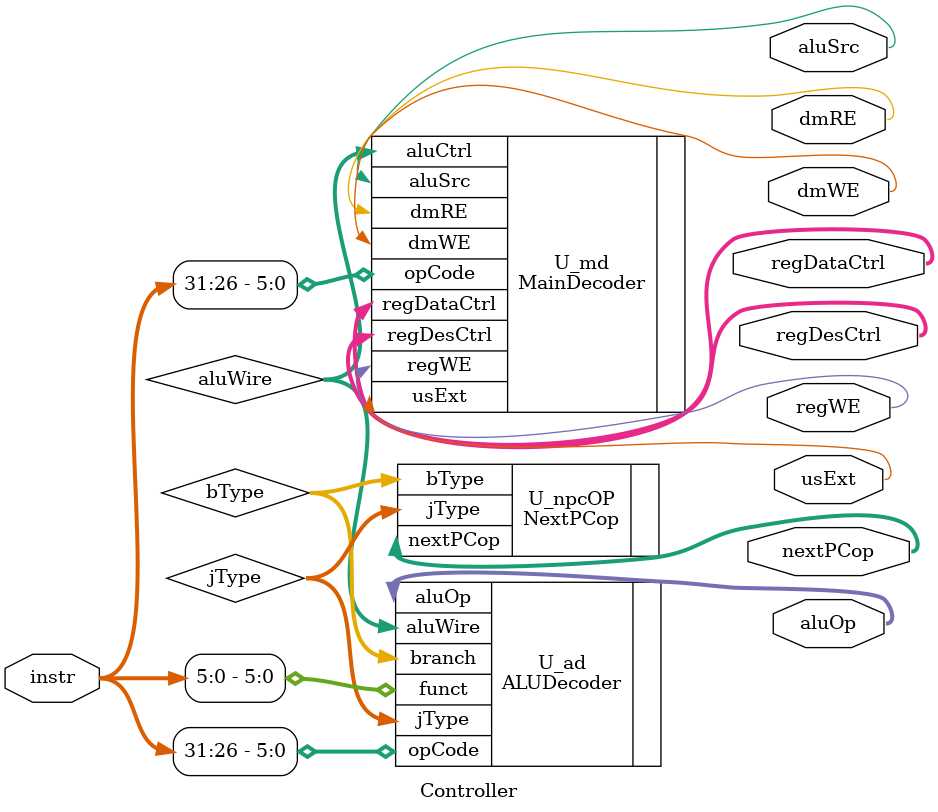
<source format=v>
`timescale 1ns / 1ps
`include "MainDecoder.v"
`include "ALUDecoder.v"
`include "NextPCop.v"
module Controller(
        input  [31:0] instr,
        output [2:0] aluOp,
        output [1:0] regDesCtrl, regDataCtrl,
        output aluSrc, regWE, dmWE, dmRE, usExt,
        output [2:0] nextPCop
    );

    wire [2:0] aluWire, jType, bType;

    MainDecoder U_md(
            .opCode(instr[31:26]),
            .aluCtrl(aluWire),
            .aluSrc(aluSrc),
            .regDesCtrl(regDesCtrl), .regDataCtrl(regDataCtrl),
            .regWE(regWE), .dmWE(dmWE), .dmRE(dmRE), .usExt(usExt)
    );

    ALUDecoder U_ad(
		.funct(instr[5:0]),
        .opCode(instr[31:26]),
		.aluWire(aluWire),
		.aluOp(aluOp),
		.jType(jType), .branch(bType)
	);

    NextPCop U_npcOP(
        .nextPCop(nextPCop),
		.jType(jType), .bType(bType)
	);

endmodule

</source>
